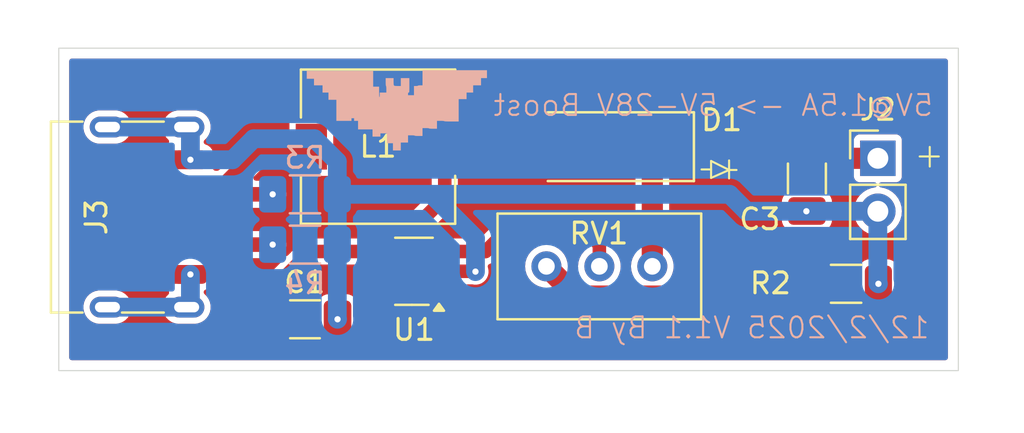
<source format=kicad_pcb>
(kicad_pcb (version 20240108) (generator "pcbnew") (generator_version "8.0")
  (layers (0 "F.Cu" signal) (31 "B.Cu" signal) (34 "B.Paste" user) (35 "F.Paste" user) (36 "B.SilkS" user "B.Silkscreen") (37 "F.SilkS" user "F.Silkscreen") (38 "B.Mask" user) (39 "F.Mask" user) (44 "Edge.Cuts" user))
  (net 0 "")
  (net 1 "Net-(U1-EN)")
  (net 2 "GND")
  (net 3 "Net-(D1-K)")
  (net 4 "Net-(U1-FB)")
  (net 5 "Net-(D1-A)")
  (net 6 "Net-(J3-CC1)")
  (net 7 "Net-(J3-CC2)")
  (net 9 "Net-(R2-Pad2)")
  (footprint "Capacitor_SMD:C_1206_3216Metric_Pad1.33x1.80mm_HandSolder" (layer "F.Cu") (at 143.6878 88.7476)
    (property "Reference" "C1" (at -0.0123 -1.778 0) (layer "F.SilkS"))
    (property "Value" "22u" (hide yes))
    (fp_line (start -0.711252 -0.91) (end 0.711252 -0.91) (stroke (width 0.12)) (layer "F.SilkS"))
    (fp_line (start -0.711252 0.91) (end 0.711252 0.91) (stroke (width 0.12)) (layer "F.SilkS"))
    (pad "1" smd roundrect (at -1.5625 0) (size 1.325 1.8) (layers "F.Cu" "F.Paste" "F.Mask") (roundrect_rratio 0.188679) (net 1 "Net-(U1-EN)"))
    (pad "2" smd roundrect (at 1.5625 0) (size 1.325 1.8) (layers "F.Cu" "F.Paste" "F.Mask") (roundrect_rratio 0.188679) (net 2 "GND"))
  )
  (footprint "Diode_SMD:D_SMA_Handsoldering" (layer "F.Cu") (at 157.8356 80.4672 180)
    (property "Reference" "D1" (at -5.842 1.27 0) (layer "F.SilkS"))
    (property "Value" "ss34" (hide yes))
    (fp_line (start -4.51 1.65) (end 2.5 1.65) (stroke (width 0.12)) (layer "F.SilkS"))
    (fp_line (start -4.51 -1.65) (end 2.5 -1.65) (stroke (width 0.12)) (layer "F.SilkS"))
    (fp_line (start -4.51 -1.65) (end -4.51 1.65) (stroke (width 0.12)) (layer "F.SilkS"))
    (pad "1" smd roundrect (at -2.5 0 180) (size 3.5 1.8) (layers "F.Cu" "F.Paste" "F.Mask") (roundrect_rratio 0.1388888889) (net 3 "Net-(D1-K)"))
    (pad "2" smd roundrect (at 2.5 0 180) (size 3.5 1.8) (layers "F.Cu" "F.Paste" "F.Mask") (roundrect_rratio 0.1388888889) (net 5 "Net-(D1-A)"))
  )
  (footprint "Connector_USB:USB_C_Receptacle_HRO_TYPE-C-31-M-17" (layer "F.Cu") (at 135.0116 83.8454 -90)
    (property "Reference" "J3" (at 0 1.3314 90) (layer "F.SilkS"))
    (property "Value" "USB_C_Receptacle_PowerOnly_6P" (hide yes))
    (fp_line (start -4.58 3.51) (end 4.58 3.51) (stroke (width 0.12)) (layer "F.SilkS"))
    (fp_line (start -4.58 2) (end -4.58 3.51) (stroke (width 0.12)) (layer "F.SilkS"))
    (fp_line (start 4.58 2) (end 4.58 3.51) (stroke (width 0.12)) (layer "F.SilkS"))
    (fp_line (start -4.58 -1.9) (end -4.58 0.1) (stroke (width 0.12)) (layer "F.SilkS"))
    (fp_line (start 4.58 -1.9) (end 4.58 0.1) (stroke (width 0.12)) (layer "F.SilkS"))
    (pad "A5" smd roundrect (at -0.5 -3.18 270) (size 0.7 1.6) (layers "F.Cu" "F.Paste" "F.Mask") (net 6 "Net-(J3-CC1)"))
    (pad "A9" smd roundrect (at 1.52 -3.18 270) (size 0.8 1.6) (layers "F.Cu" "F.Paste" "F.Mask") (net 1 "Net-(U1-EN)"))
    (pad "A12" smd roundrect (at 2.75 -3.18 270) (size 0.9 1.6) (layers "F.Cu" "F.Paste" "F.Mask") (net 2 "GND"))
    (pad "B5" smd roundrect (at 0.5 -3.18 270) (size 0.7 1.6) (layers "F.Cu" "F.Paste" "F.Mask") (net 7 "Net-(J3-CC2)"))
    (pad "B9" smd roundrect (at -1.52 -3.18 270) (size 0.8 1.6) (layers "F.Cu" "F.Paste" "F.Mask") (net 1 "Net-(U1-EN)"))
    (pad "B12" smd roundrect (at -2.75 -3.18 270) (size 0.9 1.6) (layers "F.Cu" "F.Paste" "F.Mask") (net 2 "GND"))
    (pad "S1" thru_hole oval (at -4.32 -3 270) (size 1 1.7) (drill oval 0.5 1.2) (property pad_prop_heatsink) (layers "*.Cu" "*.Mask") (net 2 "GND"))
    (pad "S1" thru_hole oval (at -4.32 0.8 270) (size 1 1.7) (drill oval 0.5 1.2) (property pad_prop_heatsink) (layers "*.Cu" "*.Mask") (net 2 "GND"))
    (pad "S1" thru_hole oval (at 4.32 -3 270) (size 1 1.7) (drill oval 0.5 1.2) (property pad_prop_heatsink) (layers "*.Cu" "*.Mask") (net 2 "GND"))
    (pad "S1" thru_hole oval (at 4.32 0.8 270) (size 1 1.7) (drill oval 0.5 1.2) (property pad_prop_heatsink) (layers "*.Cu" "*.Mask") (net 2 "GND"))
  )
  (footprint "Connector_PinHeader_2.54mm:PinHeader_1x02_P2.54mm_Vertical" (layer "F.Cu") (at 171.1706 81.026)
    (property "Reference" "J2" (at 0 -2.33 0) (layer "F.SilkS"))
    (property "Value" "Output" (hide yes))
    (fp_line (start -1.33 -1.33) (end 0 -1.33) (stroke (width 0.12)) (layer "F.SilkS"))
    (fp_line (start -1.33 0) (end -1.33 -1.33) (stroke (width 0.12)) (layer "F.SilkS"))
    (fp_line (start -1.33 1.27) (end -1.33 3.87) (stroke (width 0.12)) (layer "F.SilkS"))
    (fp_line (start -1.33 1.27) (end 1.33 1.27) (stroke (width 0.12)) (layer "F.SilkS"))
    (fp_line (start -1.33 3.87) (end 1.33 3.87) (stroke (width 0.12)) (layer "F.SilkS"))
    (fp_line (start 1.33 1.27) (end 1.33 3.87) (stroke (width 0.12)) (layer "F.SilkS"))
    (pad "1" thru_hole rect (at 0 0) (size 1.7 1.7) (drill 1) (layers "*.Cu" "*.Mask") (net 3 "Net-(D1-K)"))
    (pad "2" thru_hole oval (at 0 2.54) (size 1.7 1.7) (drill 1) (layers "*.Cu" "*.Mask") (net 2 "GND"))
  )
  (footprint "Package_TO_SOT_SMD:SOT-23-6_Handsoldering" (layer "F.Cu") (at 148.9164 86.4464 180)
    (property "Reference" "U1" (at 0 -2.8092 0) (layer "F.SilkS"))
    (property "Value" "MT3608" (hide yes))
    (fp_line (start 0.1 -1.61) (end 0.9 -1.61) (stroke (width 0.12)) (layer "F.SilkS"))
    (fp_line (start 0.1 -1.61) (end -0.7 -1.61) (stroke (width 0.12)) (layer "F.SilkS"))
    (fp_line (start -0.9 1.61) (end 0.9 1.61) (stroke (width 0.12)) (layer "F.SilkS"))
    (fp_poly (pts (xy -1.2 -1.56) (xy -1.44 -1.89) (xy -0.96 -1.89) (xy -1.2 -1.56)) (stroke (width 0.12)) (fill solid) (layer "F.SilkS"))
    (pad "1" smd roundrect (at -1.35 -0.95 180) (size 1.56 0.65) (layers "F.Cu" "F.Paste" "F.Mask") (net 5 "Net-(D1-A)"))
    (pad "2" smd roundrect (at -1.35 0 180) (size 1.56 0.65) (layers "F.Cu" "F.Paste" "F.Mask") (net 2 "GND"))
    (pad "3" smd roundrect (at -1.35 0.95 180) (size 1.56 0.65) (layers "F.Cu" "F.Paste" "F.Mask") (net 4 "Net-(U1-FB)"))
    (pad "4" smd roundrect (at 1.35 0.95 180) (size 1.56 0.65) (layers "F.Cu" "F.Paste" "F.Mask") (net 1 "Net-(U1-EN)"))
    (pad "5" smd roundrect (at 1.35 0 180) (size 1.56 0.65) (layers "F.Cu" "F.Paste" "F.Mask") (net 1 "Net-(U1-EN)"))
    (pad "6" smd roundrect (at 1.35 -0.95 180) (size 1.56 0.65) (layers "F.Cu" "F.Paste" "F.Mask"))
  )
  (footprint "Inductor_SMD:L_7.3x7.3_H3.5" (layer "F.Cu") (at 147.193 80.4672)
    (property "Reference" "L1" (at 0 0 0) (layer "F.SilkS"))
    (property "Value" "22u" (hide yes))
    (fp_line (start -3.7 -3.7) (end 3.7 -3.7) (stroke (width 0.12)) (layer "F.SilkS"))
    (fp_line (start -3.7 -1.4) (end -3.7 -3.7) (stroke (width 0.12)) (layer "F.SilkS"))
    (fp_line (start -3.7 3.7) (end -3.7 1.4) (stroke (width 0.12)) (layer "F.SilkS"))
    (fp_line (start 3.7 -3.7) (end 3.7 -1.4) (stroke (width 0.12)) (layer "F.SilkS"))
    (fp_line (start 3.7 1.4) (end 3.7 3.7) (stroke (width 0.12)) (layer "F.SilkS"))
    (fp_line (start 3.7 3.7) (end -3.7 3.7) (stroke (width 0.12)) (layer "F.SilkS"))
    (pad "1" smd rect (at -3.2 0) (size 1.5 2.2) (layers "F.Cu" "F.Paste" "F.Mask") (net 1 "Net-(U1-EN)"))
    (pad "2" smd rect (at 3.2 0) (size 1.5 2.2) (layers "F.Cu" "F.Paste" "F.Mask") (net 5 "Net-(D1-A)"))
  )
  (footprint "Resistor_SMD:R_1206_3216Metric_Pad1.30x1.75mm_HandSolder" (layer "F.Cu") (at 169.6466 87.0458 180)
    (property "Reference" "R2" (at 3.6322 0.0254 0) (layer "F.SilkS"))
    (property "Value" "2.2k" (hide yes))
    (fp_line (start -0.727064 0.91) (end 0.727064 0.91) (stroke (width 0.12)) (layer "F.SilkS"))
    (fp_line (start -0.727064 -0.91) (end 0.727064 -0.91) (stroke (width 0.12)) (layer "F.SilkS"))
    (pad "1" smd roundrect (at -1.55 0 180) (size 1.3 1.75) (layers "F.Cu" "F.Paste" "F.Mask") (roundrect_rratio 0.192308) (net 2 "GND"))
    (pad "2" smd roundrect (at 1.55 0 180) (size 1.3 1.75) (layers "F.Cu" "F.Paste" "F.Mask") (roundrect_rratio 0.192308) (net 9 "Net-(R2-Pad2)"))
  )
  (footprint "Capacitor_SMD:C_1206_3216Metric_Pad1.33x1.80mm_HandSolder" (layer "F.Cu") (at 167.767 81.9912 -90)
    (property "Reference" "C3" (at 1.9558 2.2606 180) (layer "F.SilkS"))
    (property "Value" "22u" (hide yes))
    (fp_line (start -0.711252 0.91) (end 0.711252 0.91) (stroke (width 0.12)) (layer "F.SilkS"))
    (fp_line (start -0.711252 -0.91) (end 0.711252 -0.91) (stroke (width 0.12)) (layer "F.SilkS"))
    (pad "1" smd roundrect (at -1.5625 0 270) (size 1.325 1.8) (layers "F.Cu" "F.Paste" "F.Mask") (roundrect_rratio 0.188679) (net 3 "Net-(D1-K)"))
    (pad "2" smd roundrect (at 1.5625 0 270) (size 1.325 1.8) (layers "F.Cu" "F.Paste" "F.Mask") (roundrect_rratio 0.188679) (net 2 "GND"))
  )
  (footprint "Potentiometer_THT:Potentiometer_Bourns_3296W_Vertical" (layer "F.Cu") (at 160.3502 86.2076)
    (property "Reference" "RV1" (at -2.5654 -1.5748 0) (layer "F.SilkS"))
    (property "Value" "100k" (hide yes))
    (fp_line (start -7.425 -2.53) (end -7.425 2.54) (stroke (width 0.12)) (layer "F.SilkS"))
    (fp_line (start -7.425 -2.53) (end 2.345 -2.53) (stroke (width 0.12)) (layer "F.SilkS"))
    (fp_line (start -7.425 2.54) (end 2.345 2.54) (stroke (width 0.12)) (layer "F.SilkS"))
    (fp_line (start 2.345 -2.53) (end 2.345 2.54) (stroke (width 0.12)) (layer "F.SilkS"))
    (pad "1" thru_hole circle (at 0 0) (size 1.44 1.44) (drill 0.8) (layers "*.Cu" "*.Mask") (net 3 "Net-(D1-K)"))
    (pad "2" thru_hole circle (at -2.54 0) (size 1.44 1.44) (drill 0.8) (layers "*.Cu" "*.Mask") (net 4 "Net-(U1-FB)"))
    (pad "3" thru_hole circle (at -5.08 0) (size 1.44 1.44) (drill 0.8) (layers "*.Cu" "*.Mask") (net 9 "Net-(R2-Pad2)"))
  )
  (footprint "Resistor_SMD:R_1206_3216Metric_Pad1.30x1.75mm_HandSolder" (layer "B.Cu") (at 143.6884 85.1662)
    (property "Reference" "R4" (at -0.0006 1.8542 0) (layer "B.SilkS") (effects (justify mirror)))
    (property "Value" "22k" (hide yes))
    (fp_line (start 0.727064 -0.91) (end -0.727064 -0.91) (stroke (width 0.12)) (layer "B.SilkS"))
    (fp_line (start 0.727064 0.91) (end -0.727064 0.91) (stroke (width 0.12)) (layer "B.SilkS"))
    (pad "1" smd roundrect (at -1.55 0) (size 1.3 1.75) (layers "B.Cu" "B.Paste" "B.Mask") (roundrect_rratio 0.192308) (net 7 "Net-(J3-CC2)"))
    (pad "2" smd roundrect (at 1.55 0) (size 1.3 1.75) (layers "B.Cu" "B.Paste" "B.Mask") (roundrect_rratio 0.192308) (net 2 "GND"))
  )
  (footprint "Resistor_SMD:R_1206_3216Metric_Pad1.30x1.75mm_HandSolder" (layer "B.Cu") (at 143.6884 82.7532)
    (property "Reference" "R3" (at 0 -1.7526 0) (layer "B.SilkS") (effects (justify mirror)))
    (property "Value" "22k" (hide yes))
    (fp_line (start 0.727064 -0.91) (end -0.727064 -0.91) (stroke (width 0.12)) (layer "B.SilkS"))
    (fp_line (start 0.727064 0.91) (end -0.727064 0.91) (stroke (width 0.12)) (layer "B.SilkS"))
    (pad "1" smd roundrect (at -1.55 0) (size 1.3 1.75) (layers "B.Cu" "B.Paste" "B.Mask") (roundrect_rratio 0.192308) (net 6 "Net-(J3-CC1)"))
    (pad "2" smd roundrect (at 1.55 0) (size 1.3 1.75) (layers "B.Cu" "B.Paste" "B.Mask") (roundrect_rratio 0.192308) (net 2 "GND"))
  )
  (footprint "LOGO" (layer "B.Cu") (at 148.2852 78.74 180)
    (property "Reference" "G***" (hide yes))
    (property "Value" "LOGO" (hide yes))
    (fp_poly (pts (xy -1.041242 1.57764) (xy -1.041242 1.214783) (xy -0.930807 1.214783) (xy -0.874157 1.212699) (xy -0.835012 1.207112) (xy -0.820372 1.199022) (xy -0.820372 1.199007) (xy -0.806002 1.190603) (xy -0.768463 1.184906) (xy -0.725714 1.18323) (xy -0.631056 1.18323) (xy -0.631056 0.962361) (xy -0.631056 0.741491) (xy -0.489068 0.741491) (xy -0.34708 0.741491) (xy -0.34708 0.804597) (xy -0.349726 0.845883) (xy -0.360421 0.86413) (xy -0.378633 0.867702) (xy -0.388915 0.868858) (xy -0.396681 0.874909) (xy -0.402284 0.889733) (xy -0.406075 0.917209) (xy -0.408409 0.961215) (xy -0.409637 1.025628) (xy -0.410111 1.114327) (xy -0.410186 1.214783) (xy -0.410186 1.561864) (xy -0.205093 1.561864) (xy 0 1.561864) (xy 0 1.372547) (xy 0 1.18323) (xy 0.151003 1.18323) (xy 0.231401 1.184873) (xy 0.28499 1.190198) (xy 0.316361 1.199802) (xy 0.324543 1.205768) (xy 0.335637 1.226702) (xy 0.342706 1.26606) (xy 0.346312 1.328552) (xy 0.347081 1.395085) (xy 0.347081 1.561864) (xy 0.536398 1.561864) (xy 0.725715 1.561864) (xy 0.725715 1.372547) (xy 0.724451 1.289445) (xy 0.720863 1.22796) (xy 0.715249 1.191701) (xy 0.709938 1.18323) (xy 0.702609 1.168231) (xy 0.697311 1.126264) (xy 0.694497 1.061876) (xy 0.694162 1.025466) (xy 0.694162 0.867702) (xy 0.851926 0.867702) (xy 1.00969 0.867702) (xy 1.00969 0.757268) (xy 1.011774 0.700617) (xy 1.017361 0.661472) (xy 1.025451 0.646833) (xy 1.025466 0.646833) (xy 1.031753 0.662183) (xy 1.036571 0.706583) (xy 1.039766 0.777556) (xy 1.041184 0.872628) (xy 1.041243 0.899255) (xy 1.041243 1.151678) (xy 1.18323 1.151678) (xy 1.325218 1.151678) (xy 1.325218 1.530311) (xy 1.325218 1.908945) (xy 2.918634 1.908945) (xy 4.51205 1.908945) (xy 4.51205 1.719628) (xy 4.51205 1.530311) (xy 4.33851 1.530311) (xy 4.164969 1.530311) (xy 4.164969 1.372547) (xy 4.164969 1.214783) (xy 3.959876 1.214783) (xy 3.754783 1.214783) (xy 3.754783 1.041243) (xy 3.754783 0.867702) (xy 3.612795 0.867702) (xy 3.470808 0.867702) (xy 3.470808 0.694162) (xy 3.470808 0.520622) (xy 3.281491 0.520622) (xy 3.092174 0.520622) (xy 3.092174 0.015777) (xy 3.092174 -0.489068) (xy 2.729317 -0.489068) (xy 2.36646 -0.489068) (xy 2.36646 -0.425962) (xy 2.36646 -0.362857) (xy 2.303354 -0.362857) (xy 2.240249 -0.362857) (xy 2.240249 -0.425962) (xy 2.240249 -0.489068) (xy 2.14559 -0.489068) (xy 2.050932 -0.489068) (xy 2.050932 -0.694161) (xy 2.050932 -0.899254) (xy 1.703851 -0.899254) (xy 1.35677 -0.899254) (xy 1.35677 -1.072795) (xy 1.35677 -1.246335) (xy 1.167454 -1.246335) (xy 0.978137 -1.246335) (xy 0.978137 -1.167453) (xy 0.978137 -1.088571) (xy 0.820373 -1.088571) (xy 0.662609 -1.088571) (xy 0.662609 -1.325217) (xy 0.662609 -1.561863) (xy 0.520621 -1.561863) (xy 0.378634 -1.561863) (xy 0.378634 -1.735403) (xy 0.378634 -1.908944) (xy 0.189317 -1.908944) (xy 0 -1.908944) (xy 0 -1.719627) (xy 0 -1.53031) (xy -0.17354 -1.53031) (xy -0.34708 -1.53031) (xy -0.34708 -1.35677) (xy -0.34708 -1.183229) (xy -0.504844 -1.183229) (xy -0.578134 -1.184729) (xy -0.631121 -1.188926) (xy -0.65926 -1.195365) (xy -0.662608 -1.199006) (xy -0.677766 -1.205931) (xy -0.720832 -1.211055) (xy -0.7882 -1.214076) (xy -0.851925 -1.214782) (xy -1.041242 -1.214782) (xy -1.041242 -1.025465) (xy -1.041242 -0.836149) (xy -1.199006 -0.836149) (xy -1.272295 -0.837648) (xy -1.325282 -0.841845) (xy -1.353421 -0.848284) (xy -1.35677 -0.851925) (xy -1.371927 -0.85885) (xy -1.414993 -0.863974) (xy -1.482361 -0.866996) (xy -1.546087 -0.867701) (xy -1.735403 -0.867701) (xy -1.735403 -0.678385) (xy -1.735403 -0.489068) (xy -1.908944 -0.489068) (xy -1.987246 -0.490439) (xy -2.044548 -0.494309) (xy -2.076816 -0.500311) (xy -2.082484 -0.504844) (xy -2.097983 -0.510441) (xy -2.143408 -0.514889) (xy -2.21715 -0.518116) (xy -2.3176 -0.520048) (xy -2.429565 -0.520621) (xy -2.776646 -0.520621) (xy -2.776646 0.015777) (xy -2.776646 0.552174) (xy -2.965962 0.552174) (xy -3.155279 0.552174) (xy -3.155279 0.709938) (xy -3.155279 0.867702) (xy -3.313043 0.867702) (xy -3.470807 0.867702) (xy -3.470807 1.041243) (xy -3.470807 1.214783) (xy -3.660124 1.214783) (xy -3.849441 1.214783) (xy -3.849441 1.388323) (xy -3.849441 1.561864) (xy -3.991428 1.561864) (xy -4.133416 1.561864) (xy -4.133416 1.751181) (xy -4.133416 1.940497) (xy -2.587329 1.940497) (xy -1.041242 1.940497)) (fill solid) (layer "B.SilkS"))
  )
  (gr_line (start 173.6598 80.4799) (end 173.6598 81.4197) (stroke (width 0.1)) (layer "F.SilkS"))
  (gr_line (start 164.0332 81.1276) (end 164.0332 81.5848) (stroke (width 0.1)) (layer "F.SilkS"))
  (gr_line (start 164.0332 81.5848) (end 164.3888 81.5848) (stroke (width 0.1)) (layer "F.SilkS"))
  (gr_line (start 163.1696 81.9658) (end 164.0332 81.5848) (stroke (width 0.1)) (layer "F.SilkS"))
  (gr_line (start 163.1696 81.153) (end 163.1696 81.9658) (stroke (width 0.1)) (layer "F.SilkS"))
  (gr_line (start 164.0332 81.9912) (end 164.0332 81.5848) (stroke (width 0.1)) (layer "F.SilkS"))
  (gr_line (start 173.1772 80.9371) (end 174.0916 80.9371) (stroke (width 0.1)) (layer "F.SilkS"))
  (gr_line (start 163.1696 81.5594) (end 162.7124 81.5594) (stroke (width 0.1)) (layer "F.SilkS"))
  (gr_line (start 164.0332 81.5848) (end 163.1696 81.153) (stroke (width 0.1)) (layer "F.SilkS"))
  (gr_rect (start 131.8768 75.7428) (end 175.0314 91.2114) (stroke (width 0.05)) (fill none) (layer "Edge.Cuts"))
  (gr_text "12/2/2025 V1.1 By B" (at 173.7106 89.7382 0) (layer "B.SilkS") (effects (font (size 1 1) (thickness 0.1)) (justify left bottom mirror)))
  (gr_text "5V@1.5A -> 5V-28V Boost" (at 173.8884 79.0702 0) (layer "B.SilkS") (effects (font (size 1 1) (thickness 0.1)) (justify left bottom mirror)))
  (segment (start 139.825697 82.3254) (end 141.683897 80.4672) (width 0.8) (layer "F.Cu") (net 1))
  (segment (start 140.3858 86.233) (end 140.3858 88.011) (width 0.8) (layer "F.Cu") (net 1))
  (segment (start 142.1253 87.3129) (end 142.1253 88.7476) (width 0.65) (layer "F.Cu") (net 1))
  (segment (start 139.5182 85.3654) (end 140.3858 86.233) (width 0.8) (layer "F.Cu") (net 1))
  (segment (start 136.5504 82.804) (end 137.029 82.3254) (width 0.8) (layer "F.Cu") (net 1))
  (segment (start 137.029 82.3254) (end 138.1916 82.3254) (width 0.8) (layer "F.Cu") (net 1))
  (segment (start 138.1916 82.3254) (end 139.825697 82.3254) (width 0.8) (layer "F.Cu") (net 1))
  (segment (start 143.9418 85.4964) (end 142.1253 87.3129) (width 0.65) (layer "F.Cu") (net 1))
  (segment (start 141.1224 88.7476) (end 142.1253 88.7476) (width 0.8) (layer "F.Cu") (net 1))
  (segment (start 136.5504 84.8868) (end 136.5504 82.804) (width 0.8) (layer "F.Cu") (net 1))
  (segment (start 141.683897 80.4672) (end 143.993 80.4672) (width 0.8) (layer "F.Cu") (net 1))
  (segment (start 147.5664 85.4964) (end 143.9418 85.4964) (width 0.65) (layer "F.Cu") (net 1))
  (segment (start 138.1916 85.3654) (end 137.029 85.3654) (width 0.8) (layer "F.Cu") (net 1))
  (segment (start 147.5664 86.4464) (end 147.5664 85.4964) (width 0.65) (layer "F.Cu") (net 1))
  (segment (start 138.1916 85.3654) (end 139.5182 85.3654) (width 0.8) (layer "F.Cu") (net 1))
  (segment (start 140.3858 88.011) (end 141.1224 88.7476) (width 0.8) (layer "F.Cu") (net 1))
  (segment (start 137.029 85.3654) (end 136.5504 84.8868) (width 0.8) (layer "F.Cu") (net 1))
  (segment (start 135.3312 85.3694) (end 136.5572 86.5954) (width 0.9) (layer "F.Cu") (net 2))
  (segment (start 151.8514 86.4464) (end 151.8666 86.4616) (width 0.65) (layer "F.Cu") (net 2))
  (segment (start 150.2664 86.4464) (end 151.8514 86.4464) (width 0.65) (layer "F.Cu") (net 2))
  (segment (start 135.3312 82.2706) (end 135.3312 85.3694) (width 0.9) (layer "F.Cu") (net 2))
  (segment (start 136.5064 81.0954) (end 135.3312 82.2706) (width 0.9) (layer "F.Cu") (net 2))
  (segment (start 136.5572 86.5954) (end 138.1916 86.5954) (width 0.9) (layer "F.Cu") (net 2))
  (segment (start 138.1916 81.0954) (end 136.5064 81.0954) (width 0.9) (layer "F.Cu") (net 2))
  (via (at 167.7416 83.566) (size 0.6) (drill 0.3) (layers "F.Cu" "B.Cu") (net 2))
  (via (at 171.1966 87.0458) (size 0.6) (drill 0.3) (layers "F.Cu" "B.Cu") (net 2))
  (via (at 145.2503 88.7476) (size 0.6) (drill 0.3) (layers "F.Cu" "B.Cu") (net 2))
  (via (at 151.8666 86.4616) (size 0.6) (drill 0.3) (layers "F.Cu" "B.Cu") (net 2))
  (via (at 138.1916 81.0954) (size 0.6) (drill 0.3) (layers "F.Cu" "B.Cu") (net 2))
  (via (at 138.1916 86.5954) (size 0.6) (drill 0.3) (layers "F.Cu" "B.Cu") (net 2))
  (segment (start 145.2384 82.7532) (end 145.2384 85.1662) (width 0.9) (layer "B.Cu") (net 2))
  (segment (start 144.145 80.0862) (end 145.2384 81.1796) (width 0.9) (layer "B.Cu") (net 2))
  (segment (start 171.1706 83.566) (end 171.1706 87.0198) (width 0.9) (layer "B.Cu") (net 2))
  (segment (start 164.8714 83.566) (end 171.1706 83.566) (width 0.9) (layer "B.Cu") (net 2))
  (segment (start 138.1916 87.9854) (end 138.0116 88.1654) (width 0.9) (layer "B.Cu") (net 2))
  (segment (start 138.1916 79.7054) (end 138.0116 79.5254) (width 0.9) (layer "B.Cu") (net 2))
  (segment (start 164.0586 82.7532) (end 164.8714 83.566) (width 0.9) (layer "B.Cu") (net 2))
  (segment (start 151.8666 84.8614) (end 151.8666 86.4616) (width 0.9) (layer "B.Cu") (net 2))
  (segment (start 145.2384 85.1662) (end 145.2384 88.7357) (width 0.9) (layer "B.Cu") (net 2))
  (segment (start 138.0116 88.1654) (end 134.2116 88.1654) (width 0.9) (layer "B.Cu") (net 2))
  (segment (start 160.7814 82.7532) (end 164.0586 82.7532) (width 0.9) (layer "B.Cu") (net 2))
  (segment (start 149.7584 82.7532) (end 151.8666 84.8614) (width 0.9) (layer "B.Cu") (net 2))
  (segment (start 141.224 80.0862) (end 144.145 80.0862) (width 0.9) (layer "B.Cu") (net 2))
  (segment (start 138.0116 79.5254) (end 134.2116 79.5254) (width 0.9) (layer "B.Cu") (net 2))
  (segment (start 145.2384 88.7357) (end 145.2503 88.7476) (width 0.9) (layer "B.Cu") (net 2))
  (segment (start 138.1916 81.0954) (end 140.2148 81.0954) (width 0.9) (layer "B.Cu") (net 2))
  (segment (start 171.1706 87.0198) (end 171.1966 87.0458) (width 0.9) (layer "B.Cu") (net 2))
  (segment (start 140.2148 81.0954) (end 141.224 80.0862) (width 0.9) (layer "B.Cu") (net 2))
  (segment (start 138.1916 81.0954) (end 138.1916 79.7054) (width 0.9) (layer "B.Cu") (net 2))
  (segment (start 145.2384 81.1796) (end 145.2384 82.7532) (width 0.9) (layer "B.Cu") (net 2))
  (segment (start 149.7584 82.7532) (end 160.7814 82.7532) (width 0.9) (layer "B.Cu") (net 2))
  (segment (start 145.2384 82.7532) (end 149.7584 82.7532) (width 0.9) (layer "B.Cu") (net 2))
  (segment (start 138.1916 86.5954) (end 138.1916 87.9854) (width 0.9) (layer "B.Cu") (net 2))
  (segment (start 169.0493 80.4287) (end 167.767 80.4287) (width 1.016) (layer "F.Cu") (net 3))
  (segment (start 160.3502 86.2076) (end 160.3502 80.4818) (width 1.016) (layer "F.Cu") (net 3))
  (segment (start 169.6466 81.026) (end 169.0493 80.4287) (width 1.016) (layer "F.Cu") (net 3))
  (segment (start 171.1706 81.026) (end 169.6466 81.026) (width 1.016) (layer "F.Cu") (net 3))
  (segment (start 160.3502 80.4818) (end 160.3356 80.4672) (width 1.016) (layer "F.Cu") (net 3))
  (segment (start 160.3741 80.4287) (end 160.3356 80.4672) (width 1.016) (layer "F.Cu") (net 3))
  (segment (start 167.767 80.4287) (end 160.3741 80.4287) (width 1.016) (layer "F.Cu") (net 3))
  (segment (start 153.3906 84.455) (end 157.099 84.455) (width 0.65) (layer "F.Cu") (net 4))
  (segment (start 157.8102 85.1662) (end 157.8102 86.2076) (width 0.65) (layer "F.Cu") (net 4))
  (segment (start 150.2664 85.4964) (end 152.3492 85.4964) (width 0.65) (layer "F.Cu") (net 4))
  (segment (start 152.3492 85.4964) (end 153.3906 84.455) (width 0.65) (layer "F.Cu") (net 4))
  (segment (start 157.099 84.455) (end 157.8102 85.1662) (width 0.65) (layer "F.Cu") (net 4))
  (segment (start 150.393 82.906) (end 150.393 80.4672) (width 0.65) (layer "F.Cu") (net 5))
  (segment (start 149.3216 87.3964) (end 148.9202 86.995) (width 0.65) (layer "F.Cu") (net 5))
  (segment (start 150.2664 87.3964) (end 149.3216 87.3964) (width 0.65) (layer "F.Cu") (net 5))
  (segment (start 155.3356 80.4672) (end 150.393 80.4672) (width 1.016) (layer "F.Cu") (net 5))
  (segment (start 148.9202 86.995) (end 148.9202 84.3788) (width 0.65) (layer "F.Cu") (net 5))
  (segment (start 148.9202 84.3788) (end 150.393 82.906) (width 0.65) (layer "F.Cu") (net 5))
  (segment (start 140.7414 82.7532) (end 142.1384 82.7532) (width 0.7) (layer "F.Cu") (net 6))
  (segment (start 138.1916 83.3454) (end 140.1492 83.3454) (width 0.7) (layer "F.Cu") (net 6))
  (segment (start 140.1492 83.3454) (end 140.7414 82.7532) (width 0.7) (layer "F.Cu") (net 6))
  (via (at 142.1384 82.7532) (size 0.6) (drill 0.3) (layers "F.Cu" "B.Cu") (net 6))
  (segment (start 138.1916 84.3454) (end 139.9714 84.3454) (width 0.7) (layer "F.Cu") (net 7))
  (segment (start 140.7922 85.1662) (end 142.1384 85.1662) (width 0.7) (layer "F.Cu") (net 7))
  (segment (start 139.9714 84.3454) (end 140.7922 85.1662) (width 0.7) (layer "F.Cu") (net 7))
  (via (at 142.1384 85.1662) (size 0.6) (drill 0.3) (layers "F.Cu" "B.Cu") (net 7))
  (segment (start 165.1198 87.6356) (end 156.6982 87.6356) (width 1.016) (layer "F.Cu") (net 9))
  (segment (start 168.0966 87.0458) (end 165.7096 87.0458) (width 1.016) (layer "F.Cu") (net 9))
  (segment (start 165.7096 87.0458) (end 165.1198 87.6356) (width 1.016) (layer "F.Cu") (net 9))
  (segment (start 156.6982 87.6356) (end 155.2702 86.2076) (width 1.016) (layer "F.Cu") (net 9))
  (zone (net 0) (net_name "") (layer "F.Cu") (connect_pads yes (clearance 0.3)) (min_thickness 0.25) (fill yes (thermal_gap 0.5) (thermal_bridge_width 0.5) (island_removal_mode 1) (island_area_min 10))
    (polygon (pts (xy 129.411587 73.716241) (xy 176.7332 73.4314) (xy 176.9618 92.8624) (xy 129.0574 92.6846)))
  )
  (zone (net 0) (net_name "") (layer "B.Cu") (connect_pads yes (clearance 0.3)) (min_thickness 0.25) (fill yes (thermal_gap 0.5) (thermal_bridge_width 0.5) (island_removal_mode 1) (island_area_min 10))
    (polygon (pts (xy 129.8956 74.3966) (xy 176.1744 74.549) (xy 178.181 94.0308) (xy 129.8956 94.2086)))
  )
)
</source>
